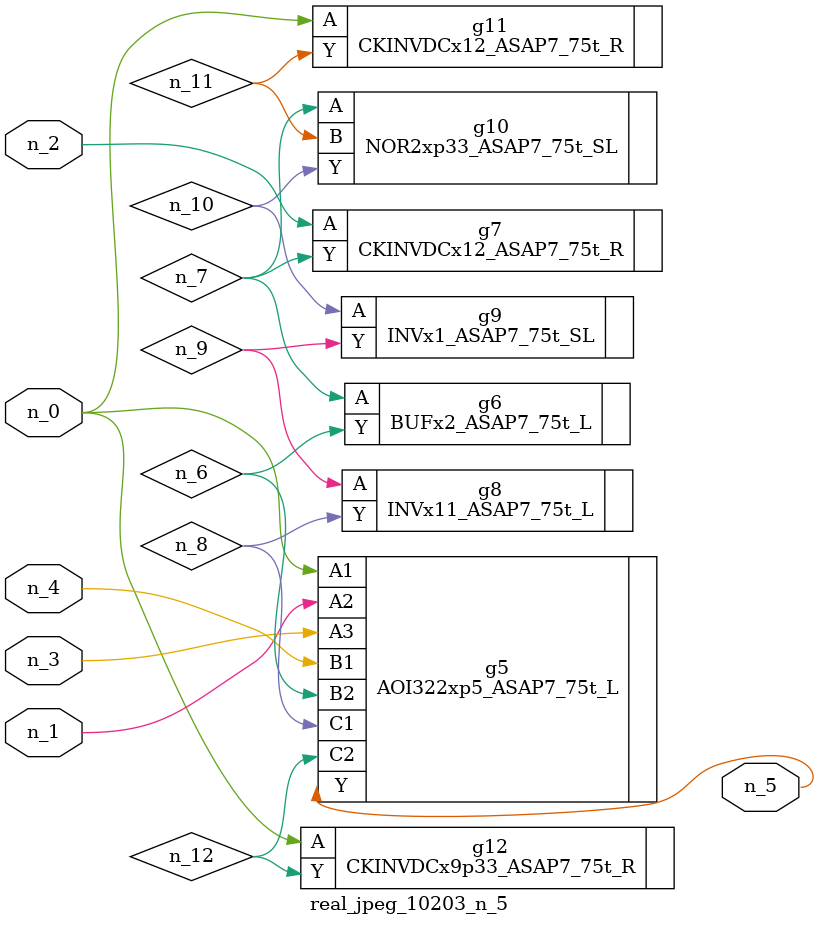
<source format=v>
module real_jpeg_10203_n_5 (n_4, n_0, n_1, n_2, n_3, n_5);

input n_4;
input n_0;
input n_1;
input n_2;
input n_3;

output n_5;

wire n_12;
wire n_8;
wire n_11;
wire n_6;
wire n_7;
wire n_10;
wire n_9;

AOI322xp5_ASAP7_75t_L g5 ( 
.A1(n_0),
.A2(n_1),
.A3(n_3),
.B1(n_4),
.B2(n_6),
.C1(n_8),
.C2(n_12),
.Y(n_5)
);

CKINVDCx12_ASAP7_75t_R g11 ( 
.A(n_0),
.Y(n_11)
);

CKINVDCx9p33_ASAP7_75t_R g12 ( 
.A(n_0),
.Y(n_12)
);

CKINVDCx12_ASAP7_75t_R g7 ( 
.A(n_2),
.Y(n_7)
);

BUFx2_ASAP7_75t_L g6 ( 
.A(n_7),
.Y(n_6)
);

NOR2xp33_ASAP7_75t_SL g10 ( 
.A(n_7),
.B(n_11),
.Y(n_10)
);

INVx11_ASAP7_75t_L g8 ( 
.A(n_9),
.Y(n_8)
);

INVx1_ASAP7_75t_SL g9 ( 
.A(n_10),
.Y(n_9)
);


endmodule
</source>
